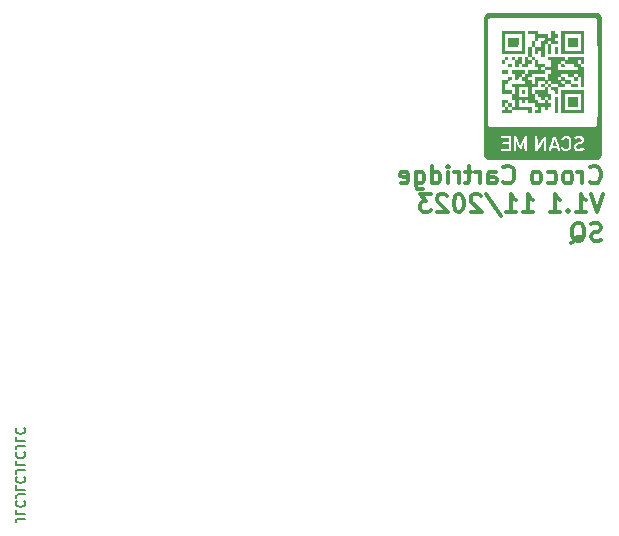
<source format=gbo>
G04 #@! TF.GenerationSoftware,KiCad,Pcbnew,(7.0.0)*
G04 #@! TF.CreationDate,2023-11-11T15:55:20+01:00*
G04 #@! TF.ProjectId,GameboyCartridgeV1.1,47616d65-626f-4794-9361-727472696467,rev?*
G04 #@! TF.SameCoordinates,Original*
G04 #@! TF.FileFunction,Legend,Bot*
G04 #@! TF.FilePolarity,Positive*
%FSLAX46Y46*%
G04 Gerber Fmt 4.6, Leading zero omitted, Abs format (unit mm)*
G04 Created by KiCad (PCBNEW (7.0.0)) date 2023-11-11 15:55:20*
%MOMM*%
%LPD*%
G01*
G04 APERTURE LIST*
%ADD10C,0.300000*%
%ADD11C,0.187500*%
%ADD12C,0.650000*%
%ADD13O,1.000000X2.100000*%
%ADD14O,1.000000X1.800000*%
%ADD15C,0.800000*%
%ADD16C,2.374900*%
%ADD17C,0.990600*%
%ADD18C,7.200000*%
%ADD19R,1.700000X1.700000*%
%ADD20O,1.700000X1.700000*%
G04 APERTURE END LIST*
D10*
X135185714Y-76970714D02*
X135257142Y-77042142D01*
X135257142Y-77042142D02*
X135471428Y-77113571D01*
X135471428Y-77113571D02*
X135614285Y-77113571D01*
X135614285Y-77113571D02*
X135828571Y-77042142D01*
X135828571Y-77042142D02*
X135971428Y-76899285D01*
X135971428Y-76899285D02*
X136042857Y-76756428D01*
X136042857Y-76756428D02*
X136114285Y-76470714D01*
X136114285Y-76470714D02*
X136114285Y-76256428D01*
X136114285Y-76256428D02*
X136042857Y-75970714D01*
X136042857Y-75970714D02*
X135971428Y-75827857D01*
X135971428Y-75827857D02*
X135828571Y-75685000D01*
X135828571Y-75685000D02*
X135614285Y-75613571D01*
X135614285Y-75613571D02*
X135471428Y-75613571D01*
X135471428Y-75613571D02*
X135257142Y-75685000D01*
X135257142Y-75685000D02*
X135185714Y-75756428D01*
X134542857Y-77113571D02*
X134542857Y-76113571D01*
X134542857Y-76399285D02*
X134471428Y-76256428D01*
X134471428Y-76256428D02*
X134400000Y-76185000D01*
X134400000Y-76185000D02*
X134257142Y-76113571D01*
X134257142Y-76113571D02*
X134114285Y-76113571D01*
X133400000Y-77113571D02*
X133542857Y-77042142D01*
X133542857Y-77042142D02*
X133614286Y-76970714D01*
X133614286Y-76970714D02*
X133685714Y-76827857D01*
X133685714Y-76827857D02*
X133685714Y-76399285D01*
X133685714Y-76399285D02*
X133614286Y-76256428D01*
X133614286Y-76256428D02*
X133542857Y-76185000D01*
X133542857Y-76185000D02*
X133400000Y-76113571D01*
X133400000Y-76113571D02*
X133185714Y-76113571D01*
X133185714Y-76113571D02*
X133042857Y-76185000D01*
X133042857Y-76185000D02*
X132971429Y-76256428D01*
X132971429Y-76256428D02*
X132900000Y-76399285D01*
X132900000Y-76399285D02*
X132900000Y-76827857D01*
X132900000Y-76827857D02*
X132971429Y-76970714D01*
X132971429Y-76970714D02*
X133042857Y-77042142D01*
X133042857Y-77042142D02*
X133185714Y-77113571D01*
X133185714Y-77113571D02*
X133400000Y-77113571D01*
X131614286Y-77042142D02*
X131757143Y-77113571D01*
X131757143Y-77113571D02*
X132042857Y-77113571D01*
X132042857Y-77113571D02*
X132185714Y-77042142D01*
X132185714Y-77042142D02*
X132257143Y-76970714D01*
X132257143Y-76970714D02*
X132328571Y-76827857D01*
X132328571Y-76827857D02*
X132328571Y-76399285D01*
X132328571Y-76399285D02*
X132257143Y-76256428D01*
X132257143Y-76256428D02*
X132185714Y-76185000D01*
X132185714Y-76185000D02*
X132042857Y-76113571D01*
X132042857Y-76113571D02*
X131757143Y-76113571D01*
X131757143Y-76113571D02*
X131614286Y-76185000D01*
X130757143Y-77113571D02*
X130900000Y-77042142D01*
X130900000Y-77042142D02*
X130971429Y-76970714D01*
X130971429Y-76970714D02*
X131042857Y-76827857D01*
X131042857Y-76827857D02*
X131042857Y-76399285D01*
X131042857Y-76399285D02*
X130971429Y-76256428D01*
X130971429Y-76256428D02*
X130900000Y-76185000D01*
X130900000Y-76185000D02*
X130757143Y-76113571D01*
X130757143Y-76113571D02*
X130542857Y-76113571D01*
X130542857Y-76113571D02*
X130400000Y-76185000D01*
X130400000Y-76185000D02*
X130328572Y-76256428D01*
X130328572Y-76256428D02*
X130257143Y-76399285D01*
X130257143Y-76399285D02*
X130257143Y-76827857D01*
X130257143Y-76827857D02*
X130328572Y-76970714D01*
X130328572Y-76970714D02*
X130400000Y-77042142D01*
X130400000Y-77042142D02*
X130542857Y-77113571D01*
X130542857Y-77113571D02*
X130757143Y-77113571D01*
X127857143Y-76970714D02*
X127928571Y-77042142D01*
X127928571Y-77042142D02*
X128142857Y-77113571D01*
X128142857Y-77113571D02*
X128285714Y-77113571D01*
X128285714Y-77113571D02*
X128500000Y-77042142D01*
X128500000Y-77042142D02*
X128642857Y-76899285D01*
X128642857Y-76899285D02*
X128714286Y-76756428D01*
X128714286Y-76756428D02*
X128785714Y-76470714D01*
X128785714Y-76470714D02*
X128785714Y-76256428D01*
X128785714Y-76256428D02*
X128714286Y-75970714D01*
X128714286Y-75970714D02*
X128642857Y-75827857D01*
X128642857Y-75827857D02*
X128500000Y-75685000D01*
X128500000Y-75685000D02*
X128285714Y-75613571D01*
X128285714Y-75613571D02*
X128142857Y-75613571D01*
X128142857Y-75613571D02*
X127928571Y-75685000D01*
X127928571Y-75685000D02*
X127857143Y-75756428D01*
X126571429Y-77113571D02*
X126571429Y-76327857D01*
X126571429Y-76327857D02*
X126642857Y-76185000D01*
X126642857Y-76185000D02*
X126785714Y-76113571D01*
X126785714Y-76113571D02*
X127071429Y-76113571D01*
X127071429Y-76113571D02*
X127214286Y-76185000D01*
X126571429Y-77042142D02*
X126714286Y-77113571D01*
X126714286Y-77113571D02*
X127071429Y-77113571D01*
X127071429Y-77113571D02*
X127214286Y-77042142D01*
X127214286Y-77042142D02*
X127285714Y-76899285D01*
X127285714Y-76899285D02*
X127285714Y-76756428D01*
X127285714Y-76756428D02*
X127214286Y-76613571D01*
X127214286Y-76613571D02*
X127071429Y-76542142D01*
X127071429Y-76542142D02*
X126714286Y-76542142D01*
X126714286Y-76542142D02*
X126571429Y-76470714D01*
X125857143Y-77113571D02*
X125857143Y-76113571D01*
X125857143Y-76399285D02*
X125785714Y-76256428D01*
X125785714Y-76256428D02*
X125714286Y-76185000D01*
X125714286Y-76185000D02*
X125571428Y-76113571D01*
X125571428Y-76113571D02*
X125428571Y-76113571D01*
X125142857Y-76113571D02*
X124571429Y-76113571D01*
X124928572Y-75613571D02*
X124928572Y-76899285D01*
X124928572Y-76899285D02*
X124857143Y-77042142D01*
X124857143Y-77042142D02*
X124714286Y-77113571D01*
X124714286Y-77113571D02*
X124571429Y-77113571D01*
X124071429Y-77113571D02*
X124071429Y-76113571D01*
X124071429Y-76399285D02*
X124000000Y-76256428D01*
X124000000Y-76256428D02*
X123928572Y-76185000D01*
X123928572Y-76185000D02*
X123785714Y-76113571D01*
X123785714Y-76113571D02*
X123642857Y-76113571D01*
X123142858Y-77113571D02*
X123142858Y-76113571D01*
X123142858Y-75613571D02*
X123214286Y-75685000D01*
X123214286Y-75685000D02*
X123142858Y-75756428D01*
X123142858Y-75756428D02*
X123071429Y-75685000D01*
X123071429Y-75685000D02*
X123142858Y-75613571D01*
X123142858Y-75613571D02*
X123142858Y-75756428D01*
X121785715Y-77113571D02*
X121785715Y-75613571D01*
X121785715Y-77042142D02*
X121928572Y-77113571D01*
X121928572Y-77113571D02*
X122214286Y-77113571D01*
X122214286Y-77113571D02*
X122357143Y-77042142D01*
X122357143Y-77042142D02*
X122428572Y-76970714D01*
X122428572Y-76970714D02*
X122500000Y-76827857D01*
X122500000Y-76827857D02*
X122500000Y-76399285D01*
X122500000Y-76399285D02*
X122428572Y-76256428D01*
X122428572Y-76256428D02*
X122357143Y-76185000D01*
X122357143Y-76185000D02*
X122214286Y-76113571D01*
X122214286Y-76113571D02*
X121928572Y-76113571D01*
X121928572Y-76113571D02*
X121785715Y-76185000D01*
X120428572Y-76113571D02*
X120428572Y-77327857D01*
X120428572Y-77327857D02*
X120500000Y-77470714D01*
X120500000Y-77470714D02*
X120571429Y-77542142D01*
X120571429Y-77542142D02*
X120714286Y-77613571D01*
X120714286Y-77613571D02*
X120928572Y-77613571D01*
X120928572Y-77613571D02*
X121071429Y-77542142D01*
X120428572Y-77042142D02*
X120571429Y-77113571D01*
X120571429Y-77113571D02*
X120857143Y-77113571D01*
X120857143Y-77113571D02*
X121000000Y-77042142D01*
X121000000Y-77042142D02*
X121071429Y-76970714D01*
X121071429Y-76970714D02*
X121142857Y-76827857D01*
X121142857Y-76827857D02*
X121142857Y-76399285D01*
X121142857Y-76399285D02*
X121071429Y-76256428D01*
X121071429Y-76256428D02*
X121000000Y-76185000D01*
X121000000Y-76185000D02*
X120857143Y-76113571D01*
X120857143Y-76113571D02*
X120571429Y-76113571D01*
X120571429Y-76113571D02*
X120428572Y-76185000D01*
X119142857Y-77042142D02*
X119285714Y-77113571D01*
X119285714Y-77113571D02*
X119571429Y-77113571D01*
X119571429Y-77113571D02*
X119714286Y-77042142D01*
X119714286Y-77042142D02*
X119785714Y-76899285D01*
X119785714Y-76899285D02*
X119785714Y-76327857D01*
X119785714Y-76327857D02*
X119714286Y-76185000D01*
X119714286Y-76185000D02*
X119571429Y-76113571D01*
X119571429Y-76113571D02*
X119285714Y-76113571D01*
X119285714Y-76113571D02*
X119142857Y-76185000D01*
X119142857Y-76185000D02*
X119071429Y-76327857D01*
X119071429Y-76327857D02*
X119071429Y-76470714D01*
X119071429Y-76470714D02*
X119785714Y-76613571D01*
X136257142Y-78043571D02*
X135757142Y-79543571D01*
X135757142Y-79543571D02*
X135257142Y-78043571D01*
X133971428Y-79543571D02*
X134828571Y-79543571D01*
X134400000Y-79543571D02*
X134400000Y-78043571D01*
X134400000Y-78043571D02*
X134542857Y-78257857D01*
X134542857Y-78257857D02*
X134685714Y-78400714D01*
X134685714Y-78400714D02*
X134828571Y-78472142D01*
X133328572Y-79400714D02*
X133257143Y-79472142D01*
X133257143Y-79472142D02*
X133328572Y-79543571D01*
X133328572Y-79543571D02*
X133400000Y-79472142D01*
X133400000Y-79472142D02*
X133328572Y-79400714D01*
X133328572Y-79400714D02*
X133328572Y-79543571D01*
X131828571Y-79543571D02*
X132685714Y-79543571D01*
X132257143Y-79543571D02*
X132257143Y-78043571D01*
X132257143Y-78043571D02*
X132400000Y-78257857D01*
X132400000Y-78257857D02*
X132542857Y-78400714D01*
X132542857Y-78400714D02*
X132685714Y-78472142D01*
X129500000Y-79543571D02*
X130357143Y-79543571D01*
X129928572Y-79543571D02*
X129928572Y-78043571D01*
X129928572Y-78043571D02*
X130071429Y-78257857D01*
X130071429Y-78257857D02*
X130214286Y-78400714D01*
X130214286Y-78400714D02*
X130357143Y-78472142D01*
X128071429Y-79543571D02*
X128928572Y-79543571D01*
X128500001Y-79543571D02*
X128500001Y-78043571D01*
X128500001Y-78043571D02*
X128642858Y-78257857D01*
X128642858Y-78257857D02*
X128785715Y-78400714D01*
X128785715Y-78400714D02*
X128928572Y-78472142D01*
X126357144Y-77972142D02*
X127642858Y-79900714D01*
X125928572Y-78186428D02*
X125857144Y-78115000D01*
X125857144Y-78115000D02*
X125714287Y-78043571D01*
X125714287Y-78043571D02*
X125357144Y-78043571D01*
X125357144Y-78043571D02*
X125214287Y-78115000D01*
X125214287Y-78115000D02*
X125142858Y-78186428D01*
X125142858Y-78186428D02*
X125071429Y-78329285D01*
X125071429Y-78329285D02*
X125071429Y-78472142D01*
X125071429Y-78472142D02*
X125142858Y-78686428D01*
X125142858Y-78686428D02*
X126000001Y-79543571D01*
X126000001Y-79543571D02*
X125071429Y-79543571D01*
X124142858Y-78043571D02*
X124000001Y-78043571D01*
X124000001Y-78043571D02*
X123857144Y-78115000D01*
X123857144Y-78115000D02*
X123785716Y-78186428D01*
X123785716Y-78186428D02*
X123714287Y-78329285D01*
X123714287Y-78329285D02*
X123642858Y-78615000D01*
X123642858Y-78615000D02*
X123642858Y-78972142D01*
X123642858Y-78972142D02*
X123714287Y-79257857D01*
X123714287Y-79257857D02*
X123785716Y-79400714D01*
X123785716Y-79400714D02*
X123857144Y-79472142D01*
X123857144Y-79472142D02*
X124000001Y-79543571D01*
X124000001Y-79543571D02*
X124142858Y-79543571D01*
X124142858Y-79543571D02*
X124285716Y-79472142D01*
X124285716Y-79472142D02*
X124357144Y-79400714D01*
X124357144Y-79400714D02*
X124428573Y-79257857D01*
X124428573Y-79257857D02*
X124500001Y-78972142D01*
X124500001Y-78972142D02*
X124500001Y-78615000D01*
X124500001Y-78615000D02*
X124428573Y-78329285D01*
X124428573Y-78329285D02*
X124357144Y-78186428D01*
X124357144Y-78186428D02*
X124285716Y-78115000D01*
X124285716Y-78115000D02*
X124142858Y-78043571D01*
X123071430Y-78186428D02*
X123000002Y-78115000D01*
X123000002Y-78115000D02*
X122857145Y-78043571D01*
X122857145Y-78043571D02*
X122500002Y-78043571D01*
X122500002Y-78043571D02*
X122357145Y-78115000D01*
X122357145Y-78115000D02*
X122285716Y-78186428D01*
X122285716Y-78186428D02*
X122214287Y-78329285D01*
X122214287Y-78329285D02*
X122214287Y-78472142D01*
X122214287Y-78472142D02*
X122285716Y-78686428D01*
X122285716Y-78686428D02*
X123142859Y-79543571D01*
X123142859Y-79543571D02*
X122214287Y-79543571D01*
X121714288Y-78043571D02*
X120785716Y-78043571D01*
X120785716Y-78043571D02*
X121285716Y-78615000D01*
X121285716Y-78615000D02*
X121071431Y-78615000D01*
X121071431Y-78615000D02*
X120928574Y-78686428D01*
X120928574Y-78686428D02*
X120857145Y-78757857D01*
X120857145Y-78757857D02*
X120785716Y-78900714D01*
X120785716Y-78900714D02*
X120785716Y-79257857D01*
X120785716Y-79257857D02*
X120857145Y-79400714D01*
X120857145Y-79400714D02*
X120928574Y-79472142D01*
X120928574Y-79472142D02*
X121071431Y-79543571D01*
X121071431Y-79543571D02*
X121500002Y-79543571D01*
X121500002Y-79543571D02*
X121642859Y-79472142D01*
X121642859Y-79472142D02*
X121714288Y-79400714D01*
X136114285Y-81902142D02*
X135900000Y-81973571D01*
X135900000Y-81973571D02*
X135542857Y-81973571D01*
X135542857Y-81973571D02*
X135400000Y-81902142D01*
X135400000Y-81902142D02*
X135328571Y-81830714D01*
X135328571Y-81830714D02*
X135257142Y-81687857D01*
X135257142Y-81687857D02*
X135257142Y-81545000D01*
X135257142Y-81545000D02*
X135328571Y-81402142D01*
X135328571Y-81402142D02*
X135400000Y-81330714D01*
X135400000Y-81330714D02*
X135542857Y-81259285D01*
X135542857Y-81259285D02*
X135828571Y-81187857D01*
X135828571Y-81187857D02*
X135971428Y-81116428D01*
X135971428Y-81116428D02*
X136042857Y-81045000D01*
X136042857Y-81045000D02*
X136114285Y-80902142D01*
X136114285Y-80902142D02*
X136114285Y-80759285D01*
X136114285Y-80759285D02*
X136042857Y-80616428D01*
X136042857Y-80616428D02*
X135971428Y-80545000D01*
X135971428Y-80545000D02*
X135828571Y-80473571D01*
X135828571Y-80473571D02*
X135471428Y-80473571D01*
X135471428Y-80473571D02*
X135257142Y-80545000D01*
X133614286Y-82116428D02*
X133757143Y-82045000D01*
X133757143Y-82045000D02*
X133900000Y-81902142D01*
X133900000Y-81902142D02*
X134114286Y-81687857D01*
X134114286Y-81687857D02*
X134257143Y-81616428D01*
X134257143Y-81616428D02*
X134400000Y-81616428D01*
X134328571Y-81973571D02*
X134471429Y-81902142D01*
X134471429Y-81902142D02*
X134614286Y-81759285D01*
X134614286Y-81759285D02*
X134685714Y-81473571D01*
X134685714Y-81473571D02*
X134685714Y-80973571D01*
X134685714Y-80973571D02*
X134614286Y-80687857D01*
X134614286Y-80687857D02*
X134471429Y-80545000D01*
X134471429Y-80545000D02*
X134328571Y-80473571D01*
X134328571Y-80473571D02*
X134042857Y-80473571D01*
X134042857Y-80473571D02*
X133900000Y-80545000D01*
X133900000Y-80545000D02*
X133757143Y-80687857D01*
X133757143Y-80687857D02*
X133685714Y-80973571D01*
X133685714Y-80973571D02*
X133685714Y-81473571D01*
X133685714Y-81473571D02*
X133757143Y-81759285D01*
X133757143Y-81759285D02*
X133900000Y-81902142D01*
X133900000Y-81902142D02*
X134042857Y-81973571D01*
X134042857Y-81973571D02*
X134328571Y-81973571D01*
D11*
X87374095Y-105480952D02*
X86802666Y-105480952D01*
X86802666Y-105480952D02*
X86688380Y-105519047D01*
X86688380Y-105519047D02*
X86612190Y-105595238D01*
X86612190Y-105595238D02*
X86574095Y-105709523D01*
X86574095Y-105709523D02*
X86574095Y-105785714D01*
X86574095Y-104719047D02*
X86574095Y-105099999D01*
X86574095Y-105099999D02*
X87374095Y-105099999D01*
X86650285Y-103995237D02*
X86612190Y-104033333D01*
X86612190Y-104033333D02*
X86574095Y-104147618D01*
X86574095Y-104147618D02*
X86574095Y-104223809D01*
X86574095Y-104223809D02*
X86612190Y-104338095D01*
X86612190Y-104338095D02*
X86688380Y-104414285D01*
X86688380Y-104414285D02*
X86764571Y-104452380D01*
X86764571Y-104452380D02*
X86916952Y-104490476D01*
X86916952Y-104490476D02*
X87031238Y-104490476D01*
X87031238Y-104490476D02*
X87183619Y-104452380D01*
X87183619Y-104452380D02*
X87259809Y-104414285D01*
X87259809Y-104414285D02*
X87336000Y-104338095D01*
X87336000Y-104338095D02*
X87374095Y-104223809D01*
X87374095Y-104223809D02*
X87374095Y-104147618D01*
X87374095Y-104147618D02*
X87336000Y-104033333D01*
X87336000Y-104033333D02*
X87297904Y-103995237D01*
X87374095Y-103423809D02*
X86802666Y-103423809D01*
X86802666Y-103423809D02*
X86688380Y-103461904D01*
X86688380Y-103461904D02*
X86612190Y-103538095D01*
X86612190Y-103538095D02*
X86574095Y-103652380D01*
X86574095Y-103652380D02*
X86574095Y-103728571D01*
X86574095Y-102661904D02*
X86574095Y-103042856D01*
X86574095Y-103042856D02*
X87374095Y-103042856D01*
X86650285Y-101938094D02*
X86612190Y-101976190D01*
X86612190Y-101976190D02*
X86574095Y-102090475D01*
X86574095Y-102090475D02*
X86574095Y-102166666D01*
X86574095Y-102166666D02*
X86612190Y-102280952D01*
X86612190Y-102280952D02*
X86688380Y-102357142D01*
X86688380Y-102357142D02*
X86764571Y-102395237D01*
X86764571Y-102395237D02*
X86916952Y-102433333D01*
X86916952Y-102433333D02*
X87031238Y-102433333D01*
X87031238Y-102433333D02*
X87183619Y-102395237D01*
X87183619Y-102395237D02*
X87259809Y-102357142D01*
X87259809Y-102357142D02*
X87336000Y-102280952D01*
X87336000Y-102280952D02*
X87374095Y-102166666D01*
X87374095Y-102166666D02*
X87374095Y-102090475D01*
X87374095Y-102090475D02*
X87336000Y-101976190D01*
X87336000Y-101976190D02*
X87297904Y-101938094D01*
X87374095Y-101366666D02*
X86802666Y-101366666D01*
X86802666Y-101366666D02*
X86688380Y-101404761D01*
X86688380Y-101404761D02*
X86612190Y-101480952D01*
X86612190Y-101480952D02*
X86574095Y-101595237D01*
X86574095Y-101595237D02*
X86574095Y-101671428D01*
X86574095Y-100604761D02*
X86574095Y-100985713D01*
X86574095Y-100985713D02*
X87374095Y-100985713D01*
X86650285Y-99880951D02*
X86612190Y-99919047D01*
X86612190Y-99919047D02*
X86574095Y-100033332D01*
X86574095Y-100033332D02*
X86574095Y-100109523D01*
X86574095Y-100109523D02*
X86612190Y-100223809D01*
X86612190Y-100223809D02*
X86688380Y-100299999D01*
X86688380Y-100299999D02*
X86764571Y-100338094D01*
X86764571Y-100338094D02*
X86916952Y-100376190D01*
X86916952Y-100376190D02*
X87031238Y-100376190D01*
X87031238Y-100376190D02*
X87183619Y-100338094D01*
X87183619Y-100338094D02*
X87259809Y-100299999D01*
X87259809Y-100299999D02*
X87336000Y-100223809D01*
X87336000Y-100223809D02*
X87374095Y-100109523D01*
X87374095Y-100109523D02*
X87374095Y-100033332D01*
X87374095Y-100033332D02*
X87336000Y-99919047D01*
X87336000Y-99919047D02*
X87297904Y-99880951D01*
X87374095Y-99309523D02*
X86802666Y-99309523D01*
X86802666Y-99309523D02*
X86688380Y-99347618D01*
X86688380Y-99347618D02*
X86612190Y-99423809D01*
X86612190Y-99423809D02*
X86574095Y-99538094D01*
X86574095Y-99538094D02*
X86574095Y-99614285D01*
X86574095Y-98547618D02*
X86574095Y-98928570D01*
X86574095Y-98928570D02*
X87374095Y-98928570D01*
X86650285Y-97823808D02*
X86612190Y-97861904D01*
X86612190Y-97861904D02*
X86574095Y-97976189D01*
X86574095Y-97976189D02*
X86574095Y-98052380D01*
X86574095Y-98052380D02*
X86612190Y-98166666D01*
X86612190Y-98166666D02*
X86688380Y-98242856D01*
X86688380Y-98242856D02*
X86764571Y-98280951D01*
X86764571Y-98280951D02*
X86916952Y-98319047D01*
X86916952Y-98319047D02*
X87031238Y-98319047D01*
X87031238Y-98319047D02*
X87183619Y-98280951D01*
X87183619Y-98280951D02*
X87259809Y-98242856D01*
X87259809Y-98242856D02*
X87336000Y-98166666D01*
X87336000Y-98166666D02*
X87374095Y-98052380D01*
X87374095Y-98052380D02*
X87374095Y-97976189D01*
X87374095Y-97976189D02*
X87336000Y-97861904D01*
X87336000Y-97861904D02*
X87297904Y-97823808D01*
G36*
X134133334Y-70202735D02*
G01*
X134133334Y-70637665D01*
X133725000Y-70628294D01*
X133316667Y-70618922D01*
X133307338Y-70193364D01*
X133298009Y-69767805D01*
X133715671Y-69767805D01*
X134133334Y-69767805D01*
X134133334Y-70202735D01*
G37*
G36*
X134133334Y-65178449D02*
G01*
X134133334Y-65595663D01*
X133716667Y-65595663D01*
X133300000Y-65595663D01*
X133300000Y-65178449D01*
X133300000Y-64761235D01*
X133716667Y-64761235D01*
X134133334Y-64761235D01*
X134133334Y-65178449D01*
G37*
G36*
X132466667Y-70468725D02*
G01*
X132466667Y-71169645D01*
X132333334Y-71169645D01*
X132200000Y-71169645D01*
X132200000Y-70468725D01*
X132200000Y-69767805D01*
X132333334Y-69767805D01*
X132466667Y-69767805D01*
X132466667Y-70468725D01*
G37*
G36*
X132466667Y-65862680D02*
G01*
X132466667Y-66129697D01*
X132333334Y-66129697D01*
X132200000Y-66129697D01*
X132200000Y-65862680D01*
X132200000Y-65595663D01*
X132333334Y-65595663D01*
X132466667Y-65595663D01*
X132466667Y-65862680D01*
G37*
G36*
X129666667Y-69367280D02*
G01*
X129666667Y-69500788D01*
X129533334Y-69500788D01*
X129400000Y-69500788D01*
X129400000Y-69367280D01*
X129400000Y-69233771D01*
X129533334Y-69233771D01*
X129666667Y-69233771D01*
X129666667Y-69367280D01*
G37*
G36*
X128566667Y-67131012D02*
G01*
X128566667Y-67264520D01*
X128416667Y-67264520D01*
X128266667Y-67264520D01*
X128266667Y-67131012D01*
X128266667Y-66997503D01*
X128416667Y-66997503D01*
X128566667Y-66997503D01*
X128566667Y-67131012D01*
G37*
G36*
X128266667Y-66563600D02*
G01*
X128266667Y-66697109D01*
X128133334Y-66697109D01*
X128000000Y-66697109D01*
X128000000Y-66563600D01*
X128000000Y-66430092D01*
X128133334Y-66430092D01*
X128266667Y-66430092D01*
X128266667Y-66563600D01*
G37*
G36*
X128266667Y-67681734D02*
G01*
X128266667Y-67831931D01*
X128000000Y-67831931D01*
X127733334Y-67831931D01*
X127733334Y-67681734D01*
X127733334Y-67531537D01*
X128000000Y-67531537D01*
X128266667Y-67531537D01*
X128266667Y-67681734D01*
G37*
G36*
X128000000Y-66847306D02*
G01*
X128000000Y-66997503D01*
X127866667Y-66997503D01*
X127733334Y-66997503D01*
X127733334Y-66847306D01*
X127733334Y-66697109D01*
X127866667Y-66697109D01*
X128000000Y-66697109D01*
X128000000Y-66847306D01*
G37*
G36*
X129133334Y-65156198D02*
G01*
X129131581Y-65308184D01*
X129126612Y-65440289D01*
X129119206Y-65533699D01*
X129110138Y-65574387D01*
X129110046Y-65574476D01*
X129068938Y-65582718D01*
X128975186Y-65588070D01*
X128842637Y-65590080D01*
X128685138Y-65588294D01*
X128283334Y-65578975D01*
X128273975Y-65170105D01*
X128264615Y-64761235D01*
X128698975Y-64761235D01*
X129133334Y-64761235D01*
X129133334Y-65156198D01*
G37*
G36*
X134700000Y-69500788D02*
G01*
X134700000Y-70201708D01*
X134700000Y-71169645D01*
X133716667Y-71169645D01*
X132733334Y-71169645D01*
X132733334Y-70902628D01*
X133033334Y-70902628D01*
X133733334Y-70902628D01*
X134433334Y-70902628D01*
X134433334Y-70201708D01*
X134433334Y-69500788D01*
X133733334Y-69500788D01*
X133033334Y-69500788D01*
X133033334Y-70201708D01*
X133033334Y-70902628D01*
X132733334Y-70902628D01*
X132733334Y-70201708D01*
X132733334Y-69233771D01*
X133716667Y-69233771D01*
X134700000Y-69233771D01*
X134700000Y-69500788D01*
G37*
G36*
X134700000Y-64460841D02*
G01*
X134700000Y-65161761D01*
X134700000Y-66129697D01*
X133716667Y-66129697D01*
X132733334Y-66129697D01*
X132733334Y-65862680D01*
X133033334Y-65862680D01*
X133733334Y-65862680D01*
X134433334Y-65862680D01*
X134433334Y-65161761D01*
X134433334Y-64460841D01*
X133733334Y-64460841D01*
X133033334Y-64460841D01*
X133033334Y-65161761D01*
X133033334Y-65862680D01*
X132733334Y-65862680D01*
X132733334Y-65161761D01*
X132733334Y-64193824D01*
X133716667Y-64193824D01*
X134700000Y-64193824D01*
X134700000Y-64460841D01*
G37*
G36*
X129666667Y-64460841D02*
G01*
X129666667Y-65161761D01*
X129666667Y-66129697D01*
X128700000Y-66129697D01*
X127733334Y-66129697D01*
X127733334Y-65862680D01*
X128000000Y-65862680D01*
X128700000Y-65862680D01*
X129400000Y-65862680D01*
X129400000Y-65161761D01*
X129400000Y-64460841D01*
X128700000Y-64460841D01*
X128000000Y-64460841D01*
X128000000Y-65161761D01*
X128000000Y-65862680D01*
X127733334Y-65862680D01*
X127733334Y-65161761D01*
X127733334Y-64193824D01*
X128700000Y-64193824D01*
X129666667Y-64193824D01*
X129666667Y-64460841D01*
G37*
G36*
X132183976Y-73372807D02*
G01*
X132200656Y-73407026D01*
X132230963Y-73487365D01*
X132268827Y-73597831D01*
X132270144Y-73601825D01*
X132309131Y-73719412D01*
X132340814Y-73813788D01*
X132358444Y-73864849D01*
X132351550Y-73887321D01*
X132296511Y-73902076D01*
X132183334Y-73906570D01*
X132081964Y-73903248D01*
X132019483Y-73890002D01*
X132008223Y-73864849D01*
X132008507Y-73864075D01*
X132026701Y-73811286D01*
X132058729Y-73715837D01*
X132097841Y-73597831D01*
X132101506Y-73586752D01*
X132138925Y-73478406D01*
X132168224Y-73401669D01*
X132183334Y-73372536D01*
X132183976Y-73372807D01*
G37*
G36*
X132200000Y-65028252D02*
G01*
X132333334Y-65028252D01*
X132466667Y-65028252D01*
X132466667Y-65161761D01*
X132466667Y-65295269D01*
X132183334Y-65295269D01*
X131900000Y-65295269D01*
X131900000Y-65712483D01*
X131900000Y-66129697D01*
X131766667Y-66129697D01*
X131633334Y-66129697D01*
X131633334Y-65712483D01*
X131633334Y-65295269D01*
X131766667Y-65295269D01*
X131900000Y-65295269D01*
X131900000Y-65161761D01*
X131900000Y-65028252D01*
X131766667Y-65028252D01*
X131633334Y-65028252D01*
X131633334Y-65161761D01*
X131633334Y-65295269D01*
X131500806Y-65295269D01*
X131368279Y-65295269D01*
X131359140Y-65854336D01*
X131350000Y-66413403D01*
X131208334Y-66423666D01*
X131066667Y-66433930D01*
X131066667Y-66148305D01*
X131066667Y-65862680D01*
X130933334Y-65862680D01*
X130800000Y-65862680D01*
X130800000Y-65996189D01*
X130800000Y-66129697D01*
X130650000Y-66129697D01*
X130500000Y-66129697D01*
X130500000Y-65862680D01*
X130500000Y-65595663D01*
X130366667Y-65595663D01*
X130233334Y-65595663D01*
X130233334Y-65311958D01*
X130233334Y-65028252D01*
X130366667Y-65028252D01*
X130500000Y-65028252D01*
X130500000Y-65311958D01*
X130500000Y-65595663D01*
X130783334Y-65595663D01*
X131066667Y-65595663D01*
X131066667Y-65313877D01*
X131066667Y-65032090D01*
X131208334Y-65021827D01*
X131256625Y-65017863D01*
X131321809Y-65003106D01*
X131349702Y-64965237D01*
X131360346Y-64886399D01*
X131370692Y-64761235D01*
X131085346Y-64761235D01*
X130800000Y-64761235D01*
X130800000Y-64894743D01*
X130800000Y-65028252D01*
X130650000Y-65028252D01*
X130500000Y-65028252D01*
X130500000Y-64744546D01*
X130500000Y-64460841D01*
X130233334Y-64460841D01*
X129966667Y-64460841D01*
X129966667Y-64327332D01*
X129966667Y-64193824D01*
X130383334Y-64193824D01*
X130800000Y-64193824D01*
X130800000Y-64327332D01*
X130800000Y-64460841D01*
X131216667Y-64460841D01*
X131633334Y-64460841D01*
X131633334Y-64611038D01*
X131633334Y-64761235D01*
X131766667Y-64761235D01*
X131900000Y-64761235D01*
X131900000Y-64477529D01*
X131900000Y-64193824D01*
X132050000Y-64193824D01*
X132200000Y-64193824D01*
X132200000Y-64327332D01*
X132200000Y-64460841D01*
X132333334Y-64460841D01*
X132466667Y-64460841D01*
X132466667Y-64611038D01*
X132466667Y-64761235D01*
X132333334Y-64761235D01*
X132200000Y-64761235D01*
X132200000Y-64894743D01*
X132200000Y-65028252D01*
G37*
G36*
X136200025Y-69861297D02*
G01*
X136200044Y-70039705D01*
X136200101Y-70679252D01*
X136200054Y-71259622D01*
X136199818Y-71783766D01*
X136199306Y-72254631D01*
X136198435Y-72675169D01*
X136197118Y-73048329D01*
X136195272Y-73377060D01*
X136192810Y-73664312D01*
X136189648Y-73913035D01*
X136185701Y-74126178D01*
X136183724Y-74200263D01*
X136180883Y-74306691D01*
X136178143Y-74378284D01*
X136175110Y-74457524D01*
X136168295Y-74581627D01*
X136160355Y-74681948D01*
X136151205Y-74761439D01*
X136140758Y-74823047D01*
X136128929Y-74869724D01*
X136115635Y-74904418D01*
X136100789Y-74930079D01*
X136084307Y-74949658D01*
X136066104Y-74966103D01*
X136046093Y-74982364D01*
X136024191Y-75001391D01*
X135940962Y-75062382D01*
X135846024Y-75107235D01*
X135825888Y-75109397D01*
X135741884Y-75112700D01*
X135597553Y-75115795D01*
X135396797Y-75118662D01*
X135143517Y-75121282D01*
X134841614Y-75123635D01*
X134494988Y-75125703D01*
X134107543Y-75127465D01*
X133683178Y-75128903D01*
X133225795Y-75129997D01*
X132739295Y-75130728D01*
X132227579Y-75131076D01*
X131694549Y-75131023D01*
X131144105Y-75130548D01*
X126538210Y-75124835D01*
X126444105Y-75055012D01*
X126436432Y-75049148D01*
X126351175Y-74968530D01*
X126275000Y-74874846D01*
X126200000Y-74764504D01*
X126200013Y-73272404D01*
X127662239Y-73272404D01*
X127981120Y-73272404D01*
X128300000Y-73272404D01*
X128300000Y-73455979D01*
X128300000Y-73639553D01*
X128033334Y-73639553D01*
X127920950Y-73640059D01*
X127833048Y-73644399D01*
X127787102Y-73656831D01*
X127769509Y-73681612D01*
X127766667Y-73722996D01*
X127768285Y-73758162D01*
X127782156Y-73785667D01*
X127821886Y-73800044D01*
X127901078Y-73805549D01*
X128033334Y-73806439D01*
X128300000Y-73806439D01*
X128300000Y-73990013D01*
X128300000Y-74173587D01*
X127983334Y-74173587D01*
X127666667Y-74173587D01*
X127666667Y-74273718D01*
X127666667Y-74373850D01*
X128067713Y-74373850D01*
X128088073Y-74373831D01*
X128266746Y-74371261D01*
X128387336Y-74363795D01*
X128457572Y-74350641D01*
X128485179Y-74331006D01*
X128489509Y-74293319D01*
X128492919Y-74197931D01*
X128494635Y-74057621D01*
X128494528Y-73883954D01*
X128492807Y-73720779D01*
X128766667Y-73720779D01*
X128766667Y-74057621D01*
X128766667Y-74373850D01*
X128850000Y-74373850D01*
X128933334Y-74373850D01*
X128933334Y-73988043D01*
X128935281Y-73842733D01*
X128940815Y-73721859D01*
X128949070Y-73642883D01*
X128959179Y-73618230D01*
X128966309Y-73626392D01*
X128998281Y-73683447D01*
X129044939Y-73781000D01*
X129098876Y-73903905D01*
X129126624Y-73968794D01*
X129176700Y-74076200D01*
X129216109Y-74138173D01*
X129253627Y-74166584D01*
X129298031Y-74173304D01*
X129320582Y-74171879D01*
X129360455Y-74155988D01*
X129397892Y-74112910D01*
X129441529Y-74030878D01*
X129500000Y-73898130D01*
X129616667Y-73623239D01*
X129633334Y-73990200D01*
X129650000Y-74357161D01*
X129741667Y-74367723D01*
X129833334Y-74378284D01*
X129833334Y-74357161D01*
X130550000Y-74357161D01*
X130633334Y-74366862D01*
X130635817Y-74367130D01*
X130670680Y-74364412D01*
X130707160Y-74343823D01*
X130751795Y-74297487D01*
X130811121Y-74217532D01*
X130891678Y-74096084D01*
X131000000Y-73925272D01*
X131283334Y-73473981D01*
X131292608Y-73923916D01*
X131301882Y-74373850D01*
X131401661Y-74373850D01*
X131501440Y-74373850D01*
X131501322Y-74365506D01*
X131634221Y-74365506D01*
X131660823Y-74371326D01*
X131728805Y-74373850D01*
X131742602Y-74373624D01*
X131799908Y-74360760D01*
X131840646Y-74316258D01*
X131881562Y-74223653D01*
X131938848Y-74073456D01*
X132181759Y-74073456D01*
X132424670Y-74073456D01*
X132466667Y-74223653D01*
X132475342Y-74253802D01*
X132505467Y-74331958D01*
X132543211Y-74366242D01*
X132604333Y-74373850D01*
X132671104Y-74366593D01*
X132700000Y-74348437D01*
X132698364Y-74340351D01*
X132679889Y-74280865D01*
X132644358Y-74175702D01*
X132596154Y-74037127D01*
X132594246Y-74031734D01*
X132733458Y-74031734D01*
X132733488Y-74033320D01*
X132759632Y-74105587D01*
X132822187Y-74192864D01*
X132902769Y-74273487D01*
X132982993Y-74325793D01*
X133053689Y-74348437D01*
X133083155Y-74357875D01*
X133248752Y-74362555D01*
X133403890Y-74301678D01*
X133550000Y-74174862D01*
X133578981Y-74134924D01*
X133598511Y-74082861D01*
X133609950Y-74005585D01*
X133610123Y-74001836D01*
X133800000Y-74001836D01*
X133817850Y-74121590D01*
X133891259Y-74242893D01*
X134019953Y-74327310D01*
X134051640Y-74339447D01*
X134241794Y-74370906D01*
X134446835Y-74339349D01*
X134662395Y-74245335D01*
X134741456Y-74200263D01*
X134673176Y-74131893D01*
X134660064Y-74118928D01*
X134614671Y-74084720D01*
X134567202Y-74085286D01*
X134489077Y-74118555D01*
X134394953Y-74151599D01*
X134264482Y-74171085D01*
X134144844Y-74164766D01*
X134061029Y-74131866D01*
X134005014Y-74070321D01*
X133986064Y-73988543D01*
X134025908Y-73912647D01*
X134120231Y-73849535D01*
X134264715Y-73806111D01*
X134382549Y-73779138D01*
X134506552Y-73727529D01*
X134586410Y-73652976D01*
X134635215Y-73546296D01*
X134651081Y-73465479D01*
X134635553Y-73320767D01*
X134564407Y-73200428D01*
X134443376Y-73117285D01*
X134351038Y-73091154D01*
X134194304Y-73081489D01*
X134038116Y-73103551D01*
X133912591Y-73155189D01*
X133878565Y-73179536D01*
X133853022Y-73220303D01*
X133875141Y-73274515D01*
X133913722Y-73316064D01*
X133983334Y-73321429D01*
X134078788Y-73297203D01*
X134220427Y-73280072D01*
X134337185Y-73288064D01*
X134410626Y-73321189D01*
X134450010Y-73371057D01*
X134467611Y-73453751D01*
X134423137Y-73528269D01*
X134319476Y-73590968D01*
X134159515Y-73638202D01*
X134058630Y-73665957D01*
X133960274Y-73720048D01*
X133916134Y-73744323D01*
X133829331Y-73856883D01*
X133800000Y-74001836D01*
X133610123Y-74001836D01*
X133615326Y-73889260D01*
X133616667Y-73720048D01*
X133616667Y-73340271D01*
X133496987Y-73220433D01*
X133487068Y-73210769D01*
X133348604Y-73118420D01*
X133195954Y-73080282D01*
X133043916Y-73095116D01*
X132907284Y-73161681D01*
X132800855Y-73278740D01*
X132758683Y-73351692D01*
X132738761Y-73408822D01*
X132761005Y-73433789D01*
X132827523Y-73439290D01*
X132904576Y-73422410D01*
X133000000Y-73355847D01*
X133021275Y-73335227D01*
X133128944Y-73278916D01*
X133243486Y-73285265D01*
X133351516Y-73354330D01*
X133371316Y-73375118D01*
X133404449Y-73422572D01*
X133423163Y-73483546D01*
X133431458Y-73575772D01*
X133433334Y-73716977D01*
X133430929Y-73856286D01*
X133420873Y-73958510D01*
X133399773Y-74028948D01*
X133364248Y-74085643D01*
X133312103Y-74134903D01*
X133204359Y-74175005D01*
X133089238Y-74160163D01*
X132986253Y-74090144D01*
X132967774Y-74072864D01*
X132897411Y-74030922D01*
X132820545Y-74006769D01*
X132758716Y-74005381D01*
X132733458Y-74031734D01*
X132594246Y-74031734D01*
X132539661Y-73877407D01*
X132479264Y-73708807D01*
X132419345Y-73543593D01*
X132364289Y-73394030D01*
X132318479Y-73272384D01*
X132286299Y-73190920D01*
X132262577Y-73139954D01*
X132218538Y-73086368D01*
X132163523Y-73078073D01*
X132152525Y-73080898D01*
X132124450Y-73100817D01*
X132093158Y-73145235D01*
X132055044Y-73221906D01*
X132006502Y-73338587D01*
X131943928Y-73503032D01*
X131863716Y-73722996D01*
X131848283Y-73765821D01*
X131780507Y-73954227D01*
X131721814Y-74117912D01*
X131675604Y-74247362D01*
X131645274Y-74333064D01*
X131634221Y-74365506D01*
X131501322Y-74365506D01*
X131492387Y-73731340D01*
X131483334Y-73088830D01*
X131400699Y-73088830D01*
X131377017Y-73091924D01*
X131338074Y-73112484D01*
X131290751Y-73159099D01*
X131228600Y-73239587D01*
X131145176Y-73361764D01*
X131034033Y-73533446D01*
X130750000Y-73978062D01*
X130740713Y-73522977D01*
X130731425Y-73067892D01*
X130640713Y-73078361D01*
X130550000Y-73088830D01*
X130550000Y-73722996D01*
X130550000Y-74357161D01*
X129833334Y-74357161D01*
X129833334Y-73722996D01*
X129833334Y-73067708D01*
X129745317Y-73078269D01*
X129738766Y-73079089D01*
X129709797Y-73085419D01*
X129683239Y-73101028D01*
X129655007Y-73133361D01*
X129621017Y-73189862D01*
X129577184Y-73277976D01*
X129519423Y-73405147D01*
X129443650Y-73578819D01*
X129345779Y-73806439D01*
X129295665Y-73923259D01*
X129117309Y-73506044D01*
X129074959Y-73407730D01*
X129011836Y-73267188D01*
X128964082Y-73173710D01*
X128925674Y-73117557D01*
X128890590Y-73088989D01*
X128852810Y-73078269D01*
X128766667Y-73067708D01*
X128766667Y-73720779D01*
X128492807Y-73720779D01*
X128492466Y-73688497D01*
X128483334Y-73088830D01*
X128083334Y-73088830D01*
X127683334Y-73088830D01*
X127672786Y-73180617D01*
X127662239Y-73272404D01*
X126200013Y-73272404D01*
X126200023Y-72169105D01*
X126583334Y-72169105D01*
X126659256Y-72245130D01*
X126735178Y-72321156D01*
X131159256Y-72329208D01*
X131306085Y-72329470D01*
X131950741Y-72330473D01*
X132532255Y-72331101D01*
X133053528Y-72331332D01*
X133517461Y-72331144D01*
X133926955Y-72330516D01*
X134284911Y-72329425D01*
X134594231Y-72327849D01*
X134857816Y-72325767D01*
X135078566Y-72323157D01*
X135259383Y-72319996D01*
X135403168Y-72316264D01*
X135512822Y-72311937D01*
X135591247Y-72306994D01*
X135641342Y-72301413D01*
X135666010Y-72295173D01*
X135668176Y-72294080D01*
X135691539Y-72283035D01*
X135712585Y-72272231D01*
X135731428Y-72258319D01*
X135748184Y-72237949D01*
X135762967Y-72207771D01*
X135775892Y-72164435D01*
X135787073Y-72104592D01*
X135796625Y-72024891D01*
X135804662Y-71921984D01*
X135811300Y-71792520D01*
X135816652Y-71633149D01*
X135820834Y-71440522D01*
X135823960Y-71211288D01*
X135826144Y-70942099D01*
X135827502Y-70629604D01*
X135828148Y-70270453D01*
X135828196Y-69861297D01*
X135827762Y-69398786D01*
X135826959Y-68879571D01*
X135825903Y-68300300D01*
X135824708Y-67657625D01*
X135816667Y-63227733D01*
X135740741Y-63151712D01*
X135664815Y-63075690D01*
X131200000Y-63075690D01*
X126735186Y-63075690D01*
X126659260Y-63151715D01*
X126583334Y-63227741D01*
X126583334Y-67698423D01*
X126583334Y-72169105D01*
X126200023Y-72169105D01*
X126200052Y-68920097D01*
X126200062Y-68541340D01*
X126200129Y-67839785D01*
X126200284Y-67200535D01*
X126200555Y-66620635D01*
X126200972Y-66097129D01*
X126201564Y-65627060D01*
X126202359Y-65207472D01*
X126203387Y-64835410D01*
X126204676Y-64507916D01*
X126206255Y-64222036D01*
X126208154Y-63974812D01*
X126210400Y-63763289D01*
X126213024Y-63584510D01*
X126216054Y-63435520D01*
X126219519Y-63313362D01*
X126223448Y-63215080D01*
X126227870Y-63137718D01*
X126232814Y-63078319D01*
X126238308Y-63033929D01*
X126244382Y-63001590D01*
X126251065Y-62978346D01*
X126258386Y-62961242D01*
X126261750Y-62954812D01*
X126329993Y-62856754D01*
X126410778Y-62777668D01*
X126504889Y-62708541D01*
X131200000Y-62708541D01*
X135895112Y-62708541D01*
X135989223Y-62777668D01*
X135994512Y-62781662D01*
X136075593Y-62863483D01*
X136141615Y-62961242D01*
X136145256Y-62968976D01*
X136152268Y-62988707D01*
X136158656Y-63016016D01*
X136164449Y-63053863D01*
X136169675Y-63105206D01*
X136174363Y-63173004D01*
X136178543Y-63260215D01*
X136182243Y-63369799D01*
X136185493Y-63504714D01*
X136188322Y-63667919D01*
X136190758Y-63862373D01*
X136192830Y-64091035D01*
X136194568Y-64356863D01*
X136196001Y-64662816D01*
X136197157Y-65011853D01*
X136198066Y-65406933D01*
X136198757Y-65851014D01*
X136199258Y-66347056D01*
X136199598Y-66898017D01*
X136199808Y-67506855D01*
X136199915Y-68176531D01*
X136199949Y-68910001D01*
X136199968Y-69338031D01*
X136200025Y-69861297D01*
G37*
G36*
X132466667Y-67531537D02*
G01*
X133300000Y-67531537D01*
X134133334Y-67531537D01*
X134133334Y-67398029D01*
X134133334Y-67264520D01*
X134000000Y-67264520D01*
X133866667Y-67264520D01*
X133866667Y-67131012D01*
X133866667Y-66997503D01*
X133450000Y-66997503D01*
X133033334Y-66997503D01*
X133033334Y-66845387D01*
X133033334Y-66697109D01*
X133166667Y-66697109D01*
X133300000Y-66697109D01*
X133300000Y-66563600D01*
X133300000Y-66430092D01*
X134000000Y-66430092D01*
X134700000Y-66430092D01*
X134700000Y-66713797D01*
X134700000Y-66997503D01*
X134566667Y-66997503D01*
X134433334Y-66997503D01*
X134433334Y-66849225D01*
X134433334Y-66697109D01*
X134281417Y-66697109D01*
X134129501Y-66697109D01*
X134139751Y-66838962D01*
X134144419Y-66895502D01*
X134160258Y-66956183D01*
X134202686Y-66981378D01*
X134291667Y-66991078D01*
X134433334Y-67001341D01*
X134433334Y-67131012D01*
X134433334Y-67264520D01*
X134566667Y-67264520D01*
X134700000Y-67264520D01*
X134700000Y-67831931D01*
X134700000Y-68098948D01*
X134700000Y-68933377D01*
X134566667Y-68933377D01*
X134433334Y-68933377D01*
X134433334Y-68516163D01*
X134433334Y-68098948D01*
X134283334Y-68098948D01*
X134133334Y-68098948D01*
X134133334Y-68249146D01*
X134133334Y-68399343D01*
X134000000Y-68399343D01*
X133866667Y-68399343D01*
X133866667Y-68249146D01*
X133866667Y-68098948D01*
X134000000Y-68098948D01*
X134133334Y-68098948D01*
X134133334Y-67965440D01*
X134133334Y-67831931D01*
X134000000Y-67831931D01*
X133866667Y-67831931D01*
X133866667Y-67965440D01*
X133866667Y-68098948D01*
X133583334Y-68098948D01*
X133300000Y-68098948D01*
X133300000Y-67965440D01*
X133300000Y-67831931D01*
X133016667Y-67831931D01*
X132733334Y-67831931D01*
X132733334Y-67965440D01*
X132733334Y-68098948D01*
X132600000Y-68098948D01*
X132466667Y-68098948D01*
X132466667Y-68232457D01*
X132466667Y-68365966D01*
X132600000Y-68365966D01*
X132733334Y-68365966D01*
X132733334Y-68232457D01*
X132733334Y-68098948D01*
X132883334Y-68098948D01*
X133033334Y-68098948D01*
X133033334Y-68231107D01*
X133033334Y-68363266D01*
X133308334Y-68372960D01*
X133583334Y-68382654D01*
X133593584Y-68524507D01*
X133603834Y-68666360D01*
X133868584Y-68666360D01*
X134133334Y-68666360D01*
X134133334Y-68799868D01*
X134133334Y-68933377D01*
X133866667Y-68933377D01*
X133600000Y-68933377D01*
X133600000Y-68799868D01*
X133600000Y-68666360D01*
X133316667Y-68666360D01*
X133033334Y-68666360D01*
X133033334Y-68534770D01*
X133033334Y-68399343D01*
X132881322Y-68399343D01*
X132729309Y-68399343D01*
X132739655Y-68524507D01*
X132743708Y-68567177D01*
X132759834Y-68624859D01*
X132802473Y-68649825D01*
X132891667Y-68659935D01*
X133033334Y-68670198D01*
X133033334Y-68799868D01*
X133033334Y-68933377D01*
X132750000Y-68933377D01*
X132466667Y-68933377D01*
X132466667Y-69217082D01*
X132466667Y-69500788D01*
X132333334Y-69500788D01*
X132287335Y-69500472D01*
X132225986Y-69490854D01*
X132203289Y-69453427D01*
X132200000Y-69369199D01*
X132199413Y-69316701D01*
X132187891Y-69260381D01*
X132147067Y-69236806D01*
X132058334Y-69227346D01*
X132001867Y-69222671D01*
X131941266Y-69206811D01*
X131916104Y-69164327D01*
X131906417Y-69075230D01*
X131901786Y-69018683D01*
X131886776Y-68958871D01*
X131847300Y-68936645D01*
X131764751Y-68933377D01*
X131633334Y-68933377D01*
X131633334Y-69217082D01*
X131633334Y-69500788D01*
X131766667Y-69500788D01*
X131900000Y-69500788D01*
X131900000Y-69784494D01*
X131900000Y-70068199D01*
X131766667Y-70068199D01*
X131633334Y-70068199D01*
X131633334Y-69918002D01*
X131633334Y-69767805D01*
X131500000Y-69767805D01*
X131366667Y-69767805D01*
X131366667Y-69918002D01*
X131366667Y-70068199D01*
X131216667Y-70068199D01*
X131066667Y-70068199D01*
X131066667Y-69918002D01*
X131066667Y-69767805D01*
X130933334Y-69767805D01*
X130800000Y-69767805D01*
X130800000Y-69634297D01*
X130800000Y-69500788D01*
X130650000Y-69500788D01*
X130500000Y-69500788D01*
X130500000Y-69368277D01*
X130500000Y-69235765D01*
X130925000Y-69226424D01*
X131350000Y-69217082D01*
X131350000Y-69083574D01*
X131349411Y-69029548D01*
X131337886Y-68972845D01*
X131297060Y-68949223D01*
X131208334Y-68939802D01*
X131151862Y-68935165D01*
X131092128Y-68920135D01*
X131069931Y-68880607D01*
X131066667Y-68797949D01*
X131066667Y-68666360D01*
X131216667Y-68666360D01*
X131366667Y-68666360D01*
X131366667Y-68799868D01*
X131366667Y-68933377D01*
X131500000Y-68933377D01*
X131633334Y-68933377D01*
X131633334Y-68799868D01*
X131633334Y-68666360D01*
X131766667Y-68666360D01*
X131900000Y-68666360D01*
X131900000Y-68799868D01*
X131900000Y-68933377D01*
X132183334Y-68933377D01*
X132466667Y-68933377D01*
X132466667Y-68799868D01*
X132466667Y-68666360D01*
X132183334Y-68666360D01*
X131900000Y-68666360D01*
X131900000Y-68532851D01*
X131900000Y-68399343D01*
X131766667Y-68399343D01*
X131633334Y-68399343D01*
X131633334Y-68532851D01*
X131633334Y-68666360D01*
X131500000Y-68666360D01*
X131366667Y-68666360D01*
X131366667Y-68532851D01*
X131366667Y-68399343D01*
X131083334Y-68399343D01*
X130800000Y-68399343D01*
X130800000Y-68666360D01*
X130800000Y-68933377D01*
X130516667Y-68933377D01*
X130233334Y-68933377D01*
X130233334Y-69217082D01*
X130233334Y-69500788D01*
X130365319Y-69500788D01*
X130497304Y-69500788D01*
X130506693Y-69767805D01*
X130506986Y-69776149D01*
X130516667Y-70051511D01*
X130658334Y-70061774D01*
X130714806Y-70066411D01*
X130774540Y-70081441D01*
X130796736Y-70120970D01*
X130800000Y-70203627D01*
X130800000Y-70335216D01*
X131083334Y-70335216D01*
X131366667Y-70335216D01*
X131366667Y-70201708D01*
X131366667Y-70068199D01*
X131500000Y-70068199D01*
X131633334Y-70068199D01*
X131633334Y-70201708D01*
X131633334Y-70335216D01*
X131766667Y-70335216D01*
X131900000Y-70335216D01*
X131900000Y-70485414D01*
X131900000Y-70635611D01*
X131766667Y-70635611D01*
X131633334Y-70635611D01*
X131633334Y-70769119D01*
X131633334Y-70902628D01*
X131500000Y-70902628D01*
X131366667Y-70902628D01*
X131366667Y-70769119D01*
X131366667Y-70635611D01*
X131216667Y-70635611D01*
X131066667Y-70635611D01*
X131066667Y-70902628D01*
X131066667Y-71169645D01*
X130783334Y-71169645D01*
X130500000Y-71169645D01*
X130500000Y-71036136D01*
X130500000Y-70902628D01*
X130650000Y-70902628D01*
X130800000Y-70902628D01*
X130800000Y-70771038D01*
X130799413Y-70718541D01*
X130787891Y-70662221D01*
X130747067Y-70638646D01*
X130658334Y-70629186D01*
X130601867Y-70624511D01*
X130541266Y-70608651D01*
X130516104Y-70566167D01*
X130506417Y-70477069D01*
X130496167Y-70335216D01*
X130231417Y-70335216D01*
X129966667Y-70335216D01*
X129966667Y-70201708D01*
X129966667Y-70068199D01*
X129816667Y-70068199D01*
X129666667Y-70068199D01*
X129666667Y-70201708D01*
X129666667Y-70335216D01*
X129533334Y-70335216D01*
X129400000Y-70335216D01*
X129400000Y-70201708D01*
X129400000Y-70068199D01*
X129266667Y-70068199D01*
X129133334Y-70068199D01*
X129133334Y-70351905D01*
X129133334Y-70635611D01*
X129683334Y-70635611D01*
X130233334Y-70635611D01*
X130233334Y-70902628D01*
X130233334Y-71169645D01*
X130100000Y-71169645D01*
X129966667Y-71169645D01*
X129966667Y-71036136D01*
X129966667Y-70902628D01*
X129266667Y-70902628D01*
X128566667Y-70902628D01*
X128566667Y-71036136D01*
X128566667Y-71169645D01*
X128150000Y-71169645D01*
X127733334Y-71169645D01*
X127733334Y-71036136D01*
X127733334Y-70902628D01*
X127866667Y-70902628D01*
X128000000Y-70902628D01*
X128000000Y-70769119D01*
X128000000Y-70635611D01*
X128133334Y-70635611D01*
X128266667Y-70635611D01*
X128266667Y-70769119D01*
X128266667Y-70902628D01*
X128416667Y-70902628D01*
X128566667Y-70902628D01*
X128566667Y-70769119D01*
X128566667Y-70635611D01*
X128416667Y-70635611D01*
X128266667Y-70635611D01*
X128266667Y-70485414D01*
X128266667Y-70335216D01*
X128416667Y-70335216D01*
X128566667Y-70335216D01*
X128566667Y-70485414D01*
X128566667Y-70635611D01*
X128700000Y-70635611D01*
X128833334Y-70635611D01*
X128833334Y-70351905D01*
X128833334Y-70068199D01*
X128700000Y-70068199D01*
X128566667Y-70068199D01*
X128566667Y-69784494D01*
X128566667Y-69767805D01*
X129133334Y-69767805D01*
X129551026Y-69767805D01*
X129968719Y-69767805D01*
X129959360Y-69358935D01*
X129950000Y-68950065D01*
X129541667Y-68940694D01*
X129133334Y-68931322D01*
X129133334Y-69349564D01*
X129133334Y-69767805D01*
X128566667Y-69767805D01*
X128566667Y-69500788D01*
X128150000Y-69500788D01*
X127733334Y-69500788D01*
X127733334Y-68933377D01*
X127733334Y-68365966D01*
X128000000Y-68365966D01*
X128266667Y-68365966D01*
X128266667Y-68232457D01*
X128266667Y-68098948D01*
X128418584Y-68098948D01*
X128570500Y-68098948D01*
X128560250Y-68240801D01*
X128555582Y-68297342D01*
X128539743Y-68358022D01*
X128497315Y-68383218D01*
X128408334Y-68392917D01*
X128351862Y-68397555D01*
X128292128Y-68412584D01*
X128269931Y-68452113D01*
X128266667Y-68534770D01*
X128266347Y-68580168D01*
X128256601Y-68640714D01*
X128218678Y-68663114D01*
X128133334Y-68666360D01*
X128000000Y-68666360D01*
X128000000Y-68950065D01*
X128000000Y-69233771D01*
X128283334Y-69233771D01*
X128566667Y-69233771D01*
X128566667Y-69367280D01*
X128566667Y-69500788D01*
X128700000Y-69500788D01*
X128833334Y-69500788D01*
X128833334Y-69217082D01*
X128833334Y-68933377D01*
X128700000Y-68933377D01*
X128566667Y-68933377D01*
X128566667Y-68799868D01*
X128566667Y-68666360D01*
X129116667Y-68666360D01*
X129666667Y-68666360D01*
X129666667Y-68532851D01*
X129666667Y-68399343D01*
X129533334Y-68399343D01*
X129400000Y-68399343D01*
X129400000Y-68365966D01*
X129966667Y-68365966D01*
X130100000Y-68365966D01*
X130233334Y-68365966D01*
X130233334Y-68516163D01*
X130233334Y-68666360D01*
X130366667Y-68666360D01*
X130500000Y-68666360D01*
X130500000Y-68382654D01*
X130500000Y-68098948D01*
X130933334Y-68098948D01*
X131366667Y-68098948D01*
X131366667Y-68232457D01*
X131366667Y-68365966D01*
X131500000Y-68365966D01*
X131633334Y-68365966D01*
X131633334Y-68098948D01*
X131633334Y-67831931D01*
X131766667Y-67831931D01*
X131900000Y-67831931D01*
X131900000Y-67681734D01*
X131900000Y-67531537D01*
X131633334Y-67531537D01*
X131370500Y-67531537D01*
X131360250Y-67673390D01*
X131350000Y-67815243D01*
X130791667Y-67824394D01*
X130233334Y-67833545D01*
X130233334Y-67966247D01*
X130233013Y-68012453D01*
X130223267Y-68073275D01*
X130185345Y-68095722D01*
X130100000Y-68098948D01*
X129966667Y-68098948D01*
X129966667Y-68232457D01*
X129966667Y-68365966D01*
X129400000Y-68365966D01*
X129400000Y-68249146D01*
X129400000Y-68098948D01*
X129268584Y-68098948D01*
X129216155Y-68099537D01*
X129159909Y-68111074D01*
X129136365Y-68151952D01*
X129126917Y-68240801D01*
X129122218Y-68298159D01*
X129107081Y-68357518D01*
X129067071Y-68379474D01*
X128983334Y-68382654D01*
X128850000Y-68382654D01*
X128840319Y-68107293D01*
X128830638Y-67831931D01*
X128698652Y-67831931D01*
X128566667Y-67831931D01*
X128566667Y-67681734D01*
X128566667Y-67531537D01*
X129116667Y-67531537D01*
X129666667Y-67531537D01*
X129666667Y-67683653D01*
X129666667Y-67831931D01*
X129533334Y-67831931D01*
X129400000Y-67831931D01*
X129400000Y-67965440D01*
X129400000Y-68098948D01*
X129533334Y-68098948D01*
X129666667Y-68098948D01*
X129666667Y-67965440D01*
X129666667Y-67835770D01*
X129808334Y-67825506D01*
X129864800Y-67820832D01*
X129925401Y-67804972D01*
X129950564Y-67762488D01*
X129960250Y-67673390D01*
X129970500Y-67531537D01*
X130385250Y-67531537D01*
X130800000Y-67531537D01*
X130800000Y-67398029D01*
X130800000Y-67264520D01*
X130650000Y-67264520D01*
X130500000Y-67264520D01*
X130500000Y-66980814D01*
X130500000Y-66697109D01*
X130650000Y-66697109D01*
X130800000Y-66697109D01*
X130800000Y-66847306D01*
X130800000Y-66997503D01*
X131083334Y-66997503D01*
X131366667Y-66997503D01*
X131366667Y-67131012D01*
X131366667Y-67264520D01*
X131216667Y-67264520D01*
X131066667Y-67264520D01*
X131066667Y-67398029D01*
X131066667Y-67531537D01*
X131218584Y-67531537D01*
X131366667Y-67531537D01*
X131366667Y-67398029D01*
X131366667Y-67264520D01*
X131633334Y-67264520D01*
X131900000Y-67264520D01*
X131900000Y-66980814D01*
X131900000Y-66697109D01*
X131766667Y-66697109D01*
X131633334Y-66697109D01*
X131633334Y-66563600D01*
X131633334Y-66430092D01*
X132333334Y-66430092D01*
X133033334Y-66430092D01*
X133033334Y-66563600D01*
X133033334Y-66693271D01*
X132891667Y-66703534D01*
X132834385Y-66708239D01*
X132775104Y-66723396D01*
X132753176Y-66763459D01*
X132750000Y-66847306D01*
X132750590Y-66901332D01*
X132762115Y-66958034D01*
X132802941Y-66981657D01*
X132891667Y-66991078D01*
X132948139Y-66995715D01*
X133007873Y-67010745D01*
X133030070Y-67050273D01*
X133033334Y-67132931D01*
X133033334Y-67264520D01*
X132883334Y-67264520D01*
X132733334Y-67264520D01*
X132733334Y-67131012D01*
X132733334Y-66997503D01*
X132600000Y-66997503D01*
X132466667Y-66997503D01*
X132466667Y-67264520D01*
X132466667Y-67531537D01*
G37*
G36*
X128266667Y-70201708D02*
G01*
X128266667Y-70335216D01*
X128133334Y-70335216D01*
X128000000Y-70335216D01*
X128000000Y-70485414D01*
X128000000Y-70635611D01*
X127866667Y-70635611D01*
X127733334Y-70635611D01*
X127733334Y-70351905D01*
X127733334Y-70068199D01*
X128000000Y-70068199D01*
X128266667Y-70068199D01*
X128266667Y-70201708D01*
G37*
G36*
X129966667Y-66563600D02*
G01*
X129966667Y-66697109D01*
X130100000Y-66697109D01*
X130233334Y-66697109D01*
X130233334Y-66563600D01*
X130233334Y-66430092D01*
X130366667Y-66430092D01*
X130500000Y-66430092D01*
X130500000Y-66563600D01*
X130500000Y-66697109D01*
X130366667Y-66697109D01*
X130233334Y-66697109D01*
X130233334Y-66847306D01*
X130233334Y-66997503D01*
X130100000Y-66997503D01*
X129966667Y-66997503D01*
X129966667Y-67131012D01*
X129966667Y-67264520D01*
X129683334Y-67264520D01*
X129400000Y-67264520D01*
X129400000Y-67131012D01*
X129400000Y-66997503D01*
X129266667Y-66997503D01*
X129133334Y-66997503D01*
X129133334Y-67131012D01*
X129133334Y-67264520D01*
X128983334Y-67264520D01*
X128833334Y-67264520D01*
X128833334Y-66980814D01*
X128833334Y-66697109D01*
X128700000Y-66697109D01*
X128566667Y-66697109D01*
X128566667Y-66563600D01*
X128566667Y-66430092D01*
X128700000Y-66430092D01*
X128833334Y-66430092D01*
X128833334Y-66563600D01*
X128833334Y-66697109D01*
X128966667Y-66697109D01*
X129100000Y-66697109D01*
X129100000Y-66563600D01*
X129100000Y-66430092D01*
X129250000Y-66430092D01*
X129400000Y-66430092D01*
X129400000Y-66713797D01*
X129400000Y-66997503D01*
X129533334Y-66997503D01*
X129666667Y-66997503D01*
X129666667Y-66713797D01*
X129666667Y-66430092D01*
X129816667Y-66430092D01*
X129966667Y-66430092D01*
X129966667Y-66563600D01*
G37*
G36*
X129966667Y-66012877D02*
G01*
X129966667Y-65595663D01*
X130100000Y-65595663D01*
X130233334Y-65595663D01*
X130233334Y-66012877D01*
X130233334Y-66430092D01*
X130100000Y-66430092D01*
X129966667Y-66430092D01*
X129966667Y-66012877D01*
G37*
%LPC*%
D12*
X117050000Y-61665000D03*
X111270000Y-61665000D03*
D13*
X118479999Y-62164999D03*
D14*
X118479999Y-57984999D03*
D13*
X109839999Y-62164999D03*
D14*
X109839999Y-57984999D03*
D15*
X88266962Y-109283715D03*
X90016962Y-109283715D03*
X91516962Y-109283715D03*
X93016962Y-109283715D03*
X94516962Y-109283715D03*
X96016962Y-109283715D03*
X97516962Y-109283715D03*
X99016962Y-109283715D03*
X100516962Y-109283715D03*
X102016962Y-109283715D03*
X103516962Y-109283715D03*
X105016962Y-109283715D03*
X106516962Y-109283715D03*
X108016962Y-109283715D03*
X109516962Y-109283715D03*
X111016962Y-109283715D03*
X112516962Y-109283715D03*
X114016962Y-109283715D03*
X115516962Y-109283715D03*
X117016962Y-109283715D03*
X118516962Y-109283715D03*
X120016962Y-109283715D03*
X121516962Y-109283715D03*
X123016962Y-109283715D03*
X124516962Y-109283715D03*
X126016962Y-109283715D03*
X127516962Y-109283715D03*
X129016962Y-109283715D03*
X130516962Y-109283715D03*
X132016962Y-109283715D03*
X133516962Y-109283715D03*
X135266962Y-109283715D03*
D16*
X119560000Y-90690000D03*
D17*
X122100000Y-90690000D03*
D16*
X124640000Y-90690000D03*
X119560000Y-87515000D03*
X124640000Y-87515000D03*
D17*
X121084000Y-85610000D03*
X123116000Y-85610000D03*
D18*
X111770000Y-101359673D03*
D19*
X125344999Y-61374999D03*
D20*
X127884999Y-61374999D03*
M02*

</source>
